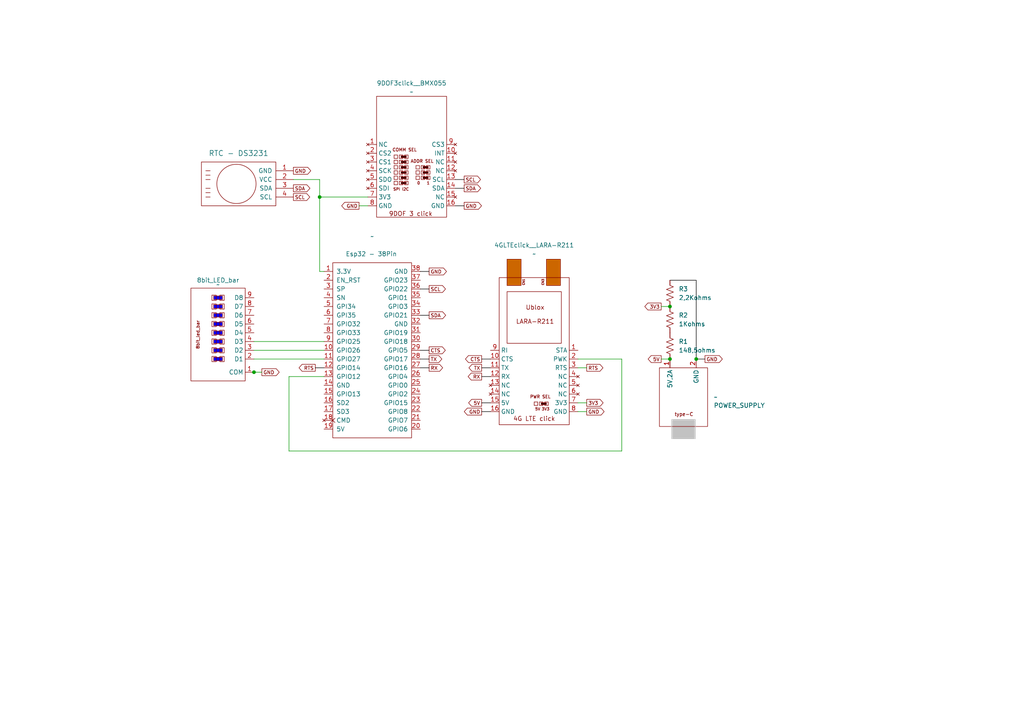
<source format=kicad_sch>
(kicad_sch (version 20250114) (generator "eeschema") (generator_version "9.0")
  (paper "A4")
  (lib_symbols
    (symbol "Device:R_US" (pin_numbers (hide yes)) (pin_names (offset 0))
      (property "Reference" "R" (at 2.54 0 90))
      (property "Value" "R_US" (at -2.54 0 90))
      (symbol "R_US_0_1"
        (polyline (pts (xy 0 2.286) (xy 0 2.54)))
        (polyline (pts (xy 0 2.286) (xy 1.016 1.905) (xy 0 1.524) (xy -1.016 1.143) (xy 0 0.762)))
        (polyline (pts (xy 0 0.762) (xy 1.016 0.381) (xy 0 0) (xy -1.016 -0.381) (xy 0 -0.762)))
        (polyline (pts (xy 0 -0.762) (xy 1.016 -1.143) (xy 0 -1.524) (xy -1.016 -1.905) (xy 0 -2.286)))
        (polyline (pts (xy 0 -2.286) (xy 0 -2.54)))
      )
      (symbol "R_US_1_1"
        (pin passive line (at 0 3.81 270) (length 1.27) (name "~") (number "1"))
        (pin passive line (at 0 -3.81 90) (length 1.27) (name "~") (number "2"))
      )
    )
    (symbol "megasaturnv_custom_components:RTC_DS3231" (pin_names (offset 1.016))
      (property "Value" "RTC - DS3231" (at -0.635 10.16 0))
      (symbol "RTC_DS3231_0_1"
        (polyline (pts (xy -10.16 5.08) (xy -8.89 5.08)))
        (polyline (pts (xy -10.16 3.81) (xy -8.89 3.81)))
        (polyline (pts (xy -10.16 2.54) (xy -8.89 2.54)))
        (polyline (pts (xy -10.16 0) (xy -8.89 0)))
        (polyline (pts (xy -10.16 -1.27) (xy -8.89 -1.27)))
        (polyline (pts (xy -10.16 -2.54) (xy -8.89 -2.54)))
        (circle (center -1.27 1.27) (radius 5.6896))
      )
      (symbol "RTC_DS3231_1_1"
        (rectangle (start -11.43 7.62) (end 10.16 -5.08))
        (pin power_in line (at 15.24 5.08 180) (length 5.08) (name "GND") (number "1"))
        (pin power_in line (at 15.24 2.54 180) (length 5.08) (name "VCC") (number "2"))
        (pin bidirectional line (at 15.24 0 180) (length 5.08) (name "SDA") (number "3"))
        (pin input line (at 15.24 -2.54 180) (length 5.08) (name "SCL") (number "4"))
      )
    )
    (symbol "mighty_esp32_38_pins-custom_library:esp32_38_pins-custom_library" (pin_names (offset 1.016))
      (property "Reference" "Esp32 - 38Pin" (at 8.636 10.16 0))
      (property "Value" "~" (at 8.89 15.24 0))
      (symbol "esp32_38_pins-custom_library_0_1"
        (rectangle (start -2.54 7.62) (end 20.32 -43.18))
      )
      (symbol "esp32_38_pins-custom_library_1_1"
        (pin power_out line (at -5.08 5.08 0) (length 2.54) (name "3.3V") (number "1"))
        (pin bidirectional line (at -5.08 2.54 0) (length 2.54) (name "EN_RST") (number "2"))
        (pin input line (at -5.08 0 0) (length 2.54) (name "SP") (number "3"))
        (pin input line (at -5.08 -2.54 0) (length 2.54) (name "SN") (number "4"))
        (pin input line (at -5.08 -5.08 0) (length 2.54) (name "GPI34") (number "5"))
        (pin input line (at -5.08 -7.62 0) (length 2.54) (name "GPI35") (number "6"))
        (pin bidirectional line (at -5.08 -10.16 0) (length 2.54) (name "GPIO32") (number "7"))
        (pin bidirectional line (at -5.08 -12.7 0) (length 2.54) (name "GPIO33") (number "8"))
        (pin bidirectional line (at -5.08 -15.24 0) (length 2.54) (name "GPIO25") (number "9"))
        (pin bidirectional line (at -5.08 -17.78 0) (length 2.54) (name "GPIO26") (number "10"))
        (pin bidirectional line (at -5.08 -20.32 0) (length 2.54) (name "GPIO27") (number "11"))
        (pin bidirectional line (at -5.08 -22.86 0) (length 2.54) (name "GPIO14") (number "12"))
        (pin bidirectional line (at -5.08 -25.4 0) (length 2.54) (name "GPIO12") (number "13"))
        (pin passive line (at -5.08 -27.94 0) (length 2.54) (name "GND") (number "14"))
        (pin bidirectional line (at -5.08 -30.48 0) (length 2.54) (name "GPIO13") (number "15"))
        (pin bidirectional line (at -5.08 -33.02 0) (length 2.54) (name "SD2") (number "16"))
        (pin bidirectional line (at -5.08 -35.56 0) (length 2.54) (name "SD3") (number "17"))
        (pin no_connect non_logic (at -5.08 -38.1 0) (length 2.54) (name "CMD") (number "18"))
        (pin power_in line (at -5.08 -40.64 0) (length 2.54) (name "5V") (number "19"))
        (pin passive line (at 22.86 5.08 180) (length 2.54) (name "GND") (number "38"))
        (pin bidirectional line (at 22.86 2.54 180) (length 2.54) (name "GPIO23") (number "37"))
        (pin bidirectional line (at 22.86 0 180) (length 2.54) (name "GPIO22") (number "36"))
        (pin bidirectional line (at 22.86 -2.54 180) (length 2.54) (name "GPIO1") (number "35"))
        (pin bidirectional line (at 22.86 -5.08 180) (length 2.54) (name "GPIO3") (number "34"))
        (pin bidirectional line (at 22.86 -7.62 180) (length 2.54) (name "GPIO21") (number "33"))
        (pin passive line (at 22.86 -10.16 180) (length 2.54) (name "GND") (number "32"))
        (pin bidirectional line (at 22.86 -12.7 180) (length 2.54) (name "GPIO19") (number "31"))
        (pin bidirectional line (at 22.86 -15.24 180) (length 2.54) (name "GPIO18") (number "30"))
        (pin bidirectional line (at 22.86 -17.78 180) (length 2.54) (name "GPIO5") (number "29"))
        (pin bidirectional line (at 22.86 -20.32 180) (length 2.54) (name "GPIO17") (number "28"))
        (pin bidirectional line (at 22.86 -22.86 180) (length 2.54) (name "GPIO16") (number "27"))
        (pin bidirectional line (at 22.86 -25.4 180) (length 2.54) (name "GPIO4") (number "26"))
        (pin bidirectional line (at 22.86 -27.94 180) (length 2.54) (name "GPIO0") (number "25"))
        (pin bidirectional line (at 22.86 -30.48 180) (length 2.54) (name "GPIO2") (number "24"))
        (pin bidirectional line (at 22.86 -33.02 180) (length 2.54) (name "GPIO15") (number "23"))
        (pin bidirectional line (at 22.86 -35.56 180) (length 2.54) (name "GPIO8") (number "22"))
        (pin bidirectional line (at 22.86 -38.1 180) (length 2.54) (name "GPIO7") (number "21"))
        (pin bidirectional line (at 22.86 -40.64 180) (length 2.54) (name "GPIO6") (number "20"))
      )
    )
    (symbol "minha_8bit_led_bar:8bit_led_bar"
      (property "Reference" "8bit_LED_bar" (at 45.466 -25.4 0))
      (property "Value" "~" (at 41.91 -7.62 0))
      (symbol "8bit_led_bar_0_1"
        (rectangle (start 31.75 -28.956) (end 58.674 -44.704))
        (rectangle (start 37.338 -35.052) (end 38.862 -36.322))
        (rectangle (start 37.338 -37.338) (end 38.862 -38.608))
        (rectangle (start 39.878 -35.052) (end 41.402 -36.322))
        (rectangle (start 39.878 -37.338) (end 41.402 -38.608))
        (rectangle (start 42.418 -35.052) (end 43.942 -36.322))
        (rectangle (start 42.418 -37.338) (end 43.942 -38.608))
        (rectangle (start 44.958 -35.052) (end 46.482 -36.322))
        (rectangle (start 44.958 -37.338) (end 46.482 -38.608))
        (rectangle (start 47.498 -35.052) (end 49.022 -36.322))
        (rectangle (start 47.498 -37.338) (end 49.022 -38.608))
        (rectangle (start 50.038 -35.052) (end 51.562 -36.322))
        (rectangle (start 50.038 -37.338) (end 51.562 -38.608))
        (rectangle (start 52.578 -35.052) (end 54.102 -36.322))
        (rectangle (start 52.578 -37.338) (end 54.102 -38.608))
        (rectangle (start 55.118 -35.052) (end 56.642 -36.322))
        (rectangle (start 55.118 -37.338) (end 56.642 -38.608))
      )
      (symbol "8bit_led_bar_1_1"
        (rectangle (start 37.592 -35.56) (end 38.608 -38.1) (fill (type color) (color 0 0 255 1)))
        (rectangle (start 40.132 -35.56) (end 41.148 -38.1) (fill (type color) (color 0 0 255 1)))
        (rectangle (start 42.672 -35.56) (end 43.688 -38.1) (fill (type color) (color 0 0 255 1)))
        (rectangle (start 45.212 -35.56) (end 46.228 -38.1) (fill (type color) (color 0 0 255 1)))
        (rectangle (start 47.752 -35.56) (end 48.768 -38.1) (fill (type color) (color 0 0 255 1)))
        (rectangle (start 50.292 -35.56) (end 51.308 -38.1) (fill (type color) (color 0 0 255 1)))
        (rectangle (start 52.832 -35.56) (end 53.848 -38.1) (fill (type color) (color 0 0 255 1)))
        (rectangle (start 55.372 -35.56) (end 56.388 -38.1) (fill (type color) (color 0 0 255 1)))
        (text "8bit_led_bar" (at 45.212 -30.988 0) (effects (font (size 0.9 0.9))))
        (pin passive line (at 34.29 -47.244 90) (length 2.54) (name "COM") (number "1"))
        (pin input line (at 38.1 -47.244 90) (length 2.54) (name "D1") (number "2"))
        (pin input line (at 40.64 -47.244 90) (length 2.54) (name "D2") (number "3"))
        (pin input line (at 43.18 -47.244 90) (length 2.54) (name "D3") (number "4"))
        (pin input line (at 45.72 -47.244 90) (length 2.54) (name "D4") (number "5"))
        (pin input line (at 48.26 -47.244 90) (length 2.54) (name "D5") (number "6"))
        (pin input line (at 50.8 -47.244 90) (length 2.54) (name "D6") (number "7"))
        (pin input line (at 53.34 -47.244 90) (length 2.54) (name "D7") (number "8"))
        (pin input line (at 55.88 -47.244 90) (length 2.54) (name "D8") (number "9"))
      )
    )
    (symbol "minha_POWER_SUPPLY:POWER_SUPPLY_5V_2A"
      (property "Reference" "POWER_SUPPLY" (at 50.8 -12.1921 0))
      (property "Value" "~" (at 50.8 -9.779 0))
      (symbol "POWER_SUPPLY_5V_2A_0_1"
        (rectangle (start 35.052 -18.288) (end 49.022 -1.27))
      )
      (symbol "POWER_SUPPLY_5V_2A_1_1"
        (rectangle (start 38.608 -21.844) (end 45.466 -16.256) (stroke (width 0) (color 194 194 194 1)) (fill (type color) (color 194 194 194 1)))
        (text "type-C" (at 42.164 -14.732 0) (effects (font (size 1 1))))
        (pin power_out line (at 38.1 1.27 270) (length 2.54) (name "5V,2A") (number "1"))
        (pin passive line (at 45.72 1.27 270) (length 2.54) (name "GND") (number "2"))
      )
    )
    (symbol "minha_bmx055:9DOF_3_click_-_BMX055_RESISTENCIAS"
      (property "Reference" "9DOF3click-BMX055" (at 41.91 -5.08 0))
      (property "Value" "~" (at 41.91 -7.62 0))
      (symbol "9DOF_3_click_-_BMX055_RESISTENCIAS_0_1"
        (rectangle (start 31.75 -8.89) (end 52.07 -43.942))
      )
      (symbol "9DOF_3_click_-_BMX055_RESISTENCIAS_1_1"
        (rectangle (start 36.83 -25.908) (end 37.846 -26.924))
        (rectangle (start 36.83 -27.432) (end 37.846 -28.448))
        (rectangle (start 36.83 -28.956) (end 37.846 -29.972))
        (rectangle (start 36.83 -30.48) (end 37.846 -31.496))
        (rectangle (start 36.83 -32.004) (end 37.846 -33.02))
        (rectangle (start 36.83 -33.528) (end 37.846 -34.544))
        (rectangle (start 38.354 -25.908) (end 39.37 -26.924))
        (rectangle (start 38.354 -27.432) (end 39.37 -28.448))
        (rectangle (start 38.354 -28.956) (end 39.37 -29.972))
        (rectangle (start 38.354 -30.48) (end 39.37 -31.496))
        (rectangle (start 38.354 -32.004) (end 39.37 -33.02))
        (rectangle (start 38.354 -33.528) (end 39.37 -34.544))
        (rectangle (start 38.862 -26.162) (end 40.386 -26.67) (fill (type color) (color 0 0 0 1)))
        (rectangle (start 38.862 -27.686) (end 40.386 -28.194) (fill (type color) (color 0 0 0 1)))
        (rectangle (start 38.862 -29.21) (end 40.386 -29.718) (fill (type color) (color 0 0 0 1)))
        (rectangle (start 38.862 -30.734) (end 40.386 -31.242) (fill (type color) (color 0 0 0 1)))
        (rectangle (start 38.862 -32.258) (end 40.386 -32.766) (fill (type color) (color 0 0 0 1)))
        (rectangle (start 38.862 -33.782) (end 40.386 -34.29) (fill (type color) (color 0 0 0 1)))
        (rectangle (start 39.878 -25.908) (end 40.894 -26.924))
        (rectangle (start 39.878 -27.432) (end 40.894 -28.448))
        (rectangle (start 39.878 -28.956) (end 40.894 -29.972))
        (rectangle (start 39.878 -30.48) (end 40.894 -31.496))
        (rectangle (start 39.878 -32.004) (end 40.894 -33.02))
        (rectangle (start 39.878 -33.528) (end 40.894 -34.544))
        (rectangle (start 43.18 -28.956) (end 44.196 -29.972))
        (rectangle (start 43.18 -30.48) (end 44.196 -31.496))
        (rectangle (start 43.18 -32.004) (end 44.196 -33.02))
        (rectangle (start 44.704 -28.956) (end 45.72 -29.972))
        (rectangle (start 44.704 -30.48) (end 45.72 -31.496))
        (rectangle (start 44.704 -32.004) (end 45.72 -33.02))
        (rectangle (start 45.212 -29.21) (end 46.736 -29.718) (fill (type color) (color 0 0 0 1)))
        (rectangle (start 45.212 -30.734) (end 46.736 -31.242) (fill (type color) (color 0 0 0 1)))
        (rectangle (start 45.212 -32.258) (end 46.736 -32.766) (fill (type color) (color 0 0 0 1)))
        (rectangle (start 46.228 -28.956) (end 47.244 -29.972))
        (rectangle (start 46.228 -30.48) (end 47.244 -31.496))
        (rectangle (start 46.228 -32.004) (end 47.244 -33.02))
        (text "SPI\n" (at 37.592 -35.814 0) (effects (font (size 0.8 0.8))))
        (text "COMM SEL" (at 39.878 -24.384 0) (effects (font (size 0.9 0.9))))
        (text "I2C" (at 40.132 -35.814 0) (effects (font (size 0.8 0.8))))
        (text "9DOF 3 click" (at 41.656 -42.926 0) (effects (font (size 1.27 1.27))))
        (text "0" (at 43.942 -34.036 0) (effects (font (size 0.8 0.8))))
        (text "ADDR SEL" (at 44.958 -27.686 0) (effects (font (size 0.9 0.9))))
        (text "1\n" (at 46.736 -34.036 0) (effects (font (size 0.8 0.8))))
        (pin no_connect line (at 29.21 -22.86 0) (length 2.54) (name "NC") (number "1"))
        (pin no_connect line (at 29.21 -25.4 0) (length 2.54) (name "CS2") (number "2"))
        (pin no_connect line (at 29.21 -27.94 0) (length 2.54) (name "CS1") (number "3"))
        (pin no_connect line (at 29.21 -30.48 0) (length 2.54) (name "SCK") (number "4"))
        (pin no_connect line (at 29.21 -33.02 0) (length 2.54) (name "SDO") (number "5"))
        (pin no_connect line (at 29.21 -35.56 0) (length 2.54) (name "SDI") (number "6"))
        (pin power_in line (at 29.21 -38.1 0) (length 2.54) (name "3V3") (number "7"))
        (pin passive line (at 29.21 -40.64 0) (length 2.54) (name "GND") (number "8"))
        (pin no_connect line (at 54.61 -22.86 180) (length 2.54) (name "CS3") (number "9"))
        (pin no_connect line (at 54.61 -25.4 180) (length 2.54) (name "INT") (number "10"))
        (pin no_connect line (at 54.61 -27.94 180) (length 2.54) (name "NC") (number "11"))
        (pin no_connect line (at 54.61 -30.48 180) (length 2.54) (name "NC") (number "12"))
        (pin input line (at 54.61 -33.02 180) (length 2.54) (name "SCL") (number "13"))
        (pin bidirectional line (at 54.61 -35.56 180) (length 2.54) (name "SDA") (number "14"))
        (pin no_connect line (at 54.61 -38.1 180) (length 2.54) (name "NC") (number "15"))
        (pin passive line (at 54.61 -40.64 180) (length 2.54) (name "GND") (number "16"))
      )
    )
    (symbol "minha_lara_r211:LARA-R211-RESISTENCIAS"
      (property "Reference" "4GLTEclick__LARA-R211" (at 41.91 8.128 0))
      (property "Value" "~" (at 41.91 -7.62 0))
      (symbol "LARA-R211-RESISTENCIAS_0_1"
        (rectangle (start 31.75 -1.778) (end 52.07 -44.45))
        (rectangle (start 34.036 -5.842) (end 49.784 -20.828))
      )
      (symbol "LARA-R211-RESISTENCIAS_1_1"
        (rectangle (start 34.29 3.556) (end 38.354 -4.064) (fill (type color) (color 204 102 0 1)))
        (rectangle (start 37.846 -37.846) (end 38.862 -38.862))
        (rectangle (start 38.354 -38.1) (end 39.878 -38.608) (fill (type color) (color 0 0 0 1)))
        (rectangle (start 39.37 -37.846) (end 40.386 -38.862))
        (rectangle (start 40.894 -37.846) (end 41.91 -38.862))
        (rectangle (start 45.72 3.556) (end 49.784 -4.064) (fill (type color) (color 204 102 0 1)))
        (text "3V3" (at 38.608 -39.878 0) (effects (font (size 0.8 0.8))))
        (text "CN3" (at 39.37 -3.048 900) (effects (font (size 0.6 0.6))))
        (text "PWR SEL" (at 40.132 -36.322 0) (effects (font (size 0.9 0.9))))
        (text "5V" (at 40.894 -39.878 0) (effects (font (size 0.8 0.8))))
        (text "Ublox\n\nLARA-R211" (at 41.656 -12.446 0) (effects (font (size 1.27 1.27))))
        (text "4G LTE click" (at 41.91 -42.672 0) (effects (font (size 1.27 1.27))))
        (text "CN1" (at 44.958 -3.048 900) (effects (font (size 0.6 0.6))))
        (pin output line (at 29.21 -22.86 0) (length 2.54) (name "STA") (number "1"))
        (pin bidirectional line (at 29.21 -25.4 0) (length 2.54) (name "PWK") (number "2"))
        (pin output line (at 29.21 -27.94 0) (length 2.54) (name "RTS") (number "3"))
        (pin no_connect line (at 29.21 -30.48 0) (length 2.54) (name "NC") (number "4"))
        (pin no_connect line (at 29.21 -33.02 0) (length 2.54) (name "NC") (number "5"))
        (pin no_connect line (at 29.21 -35.56 0) (length 2.54) (name "NC") (number "6"))
        (pin power_in line (at 29.21 -38.1 0) (length 2.54) (name "3V3") (number "7"))
        (pin passive line (at 29.21 -40.64 0) (length 2.54) (name "GND") (number "8"))
        (pin output line (at 54.61 -22.86 180) (length 2.54) (name "RI") (number "9"))
        (pin input line (at 54.61 -25.4 180) (length 2.54) (name "CTS") (number "10"))
        (pin output line (at 54.61 -27.94 180) (length 2.54) (name "TX") (number "11"))
        (pin input line (at 54.61 -30.48 180) (length 2.54) (name "RX") (number "12"))
        (pin no_connect line (at 54.61 -33.02 180) (length 2.54) (name "NC") (number "13"))
        (pin no_connect line (at 54.61 -35.56 180) (length 2.54) (name "NC") (number "14"))
        (pin power_in line (at 54.61 -38.1 180) (length 2.54) (name "5V") (number "15"))
        (pin passive line (at 54.61 -40.64 180) (length 2.54) (name "GND") (number "16"))
      )
    )
  )
  (junction (at 194.31 88.9))
  (junction (at 194.31 104.14))
  (junction (at 73.66 107.95))
  (junction (at 92.71 57.15))
  (junction (at 201.93 104.14))
  (wire (pts (xy 201.93 104.14) (xy 201.93 81.28)) (stroke (width 0) (color 0 0 0 1)))
  (wire (pts (xy 121.92 91.44) (xy 124.46 91.44)) (stroke (width 0) (color 0 0 0 1)))
  (wire (pts (xy 121.92 101.6) (xy 124.46 101.6)) (stroke (width 0) (color 0 0 0 1)))
  (wire (pts (xy 142.24 119.38) (xy 139.7 119.38)) (stroke (width 0) (color 0 0 0 1)))
  (wire (pts (xy 132.08 52.07) (xy 134.62 52.07)) (stroke (width 0) (color 0 0 0 1)))
  (wire (pts (xy 75.946 107.95) (xy 73.66 107.95)))
  (wire (pts (xy 191.77 104.14) (xy 194.31 104.14)))
  (wire (pts (xy 85.09 52.07) (xy 92.71 52.07)))
  (wire (pts (xy 83.82 109.22) (xy 83.82 130.81)))
  (wire (pts (xy 132.08 54.61) (xy 134.62 54.61)) (stroke (width 0) (color 0 0 0 1)))
  (wire (pts (xy 142.24 109.22) (xy 139.7 109.22)) (stroke (width 0) (color 0 0 0 1)))
  (wire (pts (xy 121.92 104.14) (xy 124.46 104.14)) (stroke (width 0) (color 0 0 0 1)))
  (wire (pts (xy 142.24 116.84) (xy 139.7 116.84)) (stroke (width 0) (color 0 0 0 1)))
  (wire (pts (xy 132.08 59.69) (xy 134.62 59.69)) (stroke (width 0) (color 0 0 0 1)))
  (wire (pts (xy 92.71 57.15) (xy 106.68 57.15)))
  (wire (pts (xy 201.93 81.28) (xy 194.31 81.28)) (stroke (width 0) (color 0 0 0 1)))
  (wire (pts (xy 104.14 59.69) (xy 106.68 59.69)))
  (wire (pts (xy 180.34 130.81) (xy 180.34 104.14)))
  (wire (pts (xy 73.66 101.6) (xy 93.98 101.6)))
  (wire (pts (xy 142.24 104.14) (xy 139.7 104.14)) (stroke (width 0) (color 0 0 0 1)))
  (wire (pts (xy 180.34 104.14) (xy 167.64 104.14)))
  (wire (pts (xy 83.82 130.81) (xy 180.34 130.81)))
  (wire (pts (xy 170.18 116.84) (xy 167.64 116.84)))
  (wire (pts (xy 201.93 104.14) (xy 204.47 104.14)) (stroke (width 0) (color 0 0 0 1)))
  (wire (pts (xy 191.77 88.9) (xy 194.31 88.9)))
  (wire (pts (xy 93.98 78.74) (xy 92.71 78.74)))
  (wire (pts (xy 121.92 106.68) (xy 124.46 106.68)) (stroke (width 0) (color 0 0 0 1)))
  (wire (pts (xy 142.24 106.68) (xy 139.7 106.68)) (stroke (width 0) (color 0 0 0 1)))
  (wire (pts (xy 170.18 106.68) (xy 167.64 106.68)))
  (wire (pts (xy 93.98 109.22) (xy 83.82 109.22)))
  (wire (pts (xy 73.66 107.95) (xy 73.406 107.95)))
  (wire (pts (xy 121.92 78.74) (xy 124.46 78.74)) (stroke (width 0) (color 0 0 0 1)))
  (wire (pts (xy 93.98 106.68) (xy 91.44 106.68)) (stroke (width 0) (color 0 0 0 1)))
  (wire (pts (xy 73.66 104.14) (xy 93.98 104.14)))
  (wire (pts (xy 170.18 119.38) (xy 167.64 119.38)))
  (wire (pts (xy 92.71 57.15) (xy 92.71 78.74)))
  (wire (pts (xy 73.66 99.06) (xy 93.98 99.06)))
  (wire (pts (xy 92.71 52.07) (xy 92.71 57.15)))
  (wire (pts (xy 121.92 83.82) (xy 124.46 83.82)) (stroke (width 0) (color 0 0 0 1)))
  (global_label "GND" (shape output) (at 134.62 59.69 0) (effects (font (size 1.016 1.016))) (property "Intersheetrefs" "${INTERSHEET_REFS}" (effects (hide yes))))
  (global_label "CTS" (shape output) (at 124.46 101.6 0) (effects (font (size 1.016 1.016))) (property "Intersheetrefs" "${INTERSHEET_REFS}" (effects (hide yes))))
  (global_label "CTS" (shape output) (at 139.7 104.14 180) (effects (font (size 1.016 1.016))) (property "Intersheetrefs" "${INTERSHEET_REFS}" (effects (hide yes))))
  (global_label "SCL" (shape output) (at 134.62 52.07 0) (effects (font (size 1.016 1.016))) (property "Intersheetrefs" "${INTERSHEET_REFS}" (effects (hide yes))))
  (global_label "3V3" (shape output) (at 191.77 88.9 180) (effects (font (size 1.016 1.016))) (property "Intersheetrefs" "${INTERSHEET_REFS}" (effects (hide yes))))
  (global_label "5V" (shape output) (at 191.77 104.14 180) (effects (font (size 1.016 1.016))) (property "Intersheetrefs" "${INTERSHEET_REFS}" (effects (hide yes))))
  (global_label "SCL" (shape output) (at 85.09 57.15 0) (effects (font (size 1.016 1.016))) (property "Intersheetrefs" "${INTERSHEET_REFS}" (effects (hide yes))))
  (global_label "3V3" (shape output) (at 170.18 116.84 0) (effects (font (size 1.016 1.016))) (property "Intersheetrefs" "${INTERSHEET_REFS}" (effects (hide yes))))
  (global_label "RX" (shape output) (at 139.7 109.22 180) (effects (font (size 1.016 1.016))) (property "Intersheetrefs" "${INTERSHEET_REFS}" (effects (hide yes))))
  (global_label "GND" (shape output) (at 85.09 49.53 0) (effects (font (size 1.016 1.016))) (property "Intersheetrefs" "${INTERSHEET_REFS}" (effects (hide yes))))
  (global_label "GND" (shape output) (at 170.18 119.38 0) (effects (font (size 1.016 1.016))) (property "Intersheetrefs" "${INTERSHEET_REFS}" (effects (hide yes))))
  (global_label "5V" (shape output) (at 139.7 116.84 180) (effects (font (size 1.016 1.016))) (property "Intersheetrefs" "${INTERSHEET_REFS}" (effects (hide yes))))
  (global_label "SDA" (shape output) (at 134.62 54.61 0) (effects (font (size 1.016 1.016))) (property "Intersheetrefs" "${INTERSHEET_REFS}" (effects (hide yes))))
  (global_label "GND" (shape output) (at 139.7 119.38 180) (effects (font (size 1.016 1.016))) (property "Intersheetrefs" "${INTERSHEET_REFS}" (effects (hide yes))))
  (global_label "SCL" (shape output) (at 124.46 83.82 0) (effects (font (size 1.016 1.016))) (property "Intersheetrefs" "${INTERSHEET_REFS}" (effects (hide yes))))
  (global_label "GND" (shape output) (at 104.14 59.69 180) (effects (font (size 1.016 1.016))) (property "Intersheetrefs" "${INTERSHEET_REFS}" (effects (hide yes))))
  (global_label "TX" (shape output) (at 139.7 106.68 180) (effects (font (size 1.016 1.016))) (property "Intersheetrefs" "${INTERSHEET_REFS}" (effects (hide yes))))
  (global_label "RTS" (shape output) (at 170.18 106.68 0) (effects (font (size 1.016 1.016))) (property "Intersheetrefs" "${INTERSHEET_REFS}" (effects (hide yes))))
  (global_label "SDA" (shape output) (at 124.46 91.44 0) (effects (font (size 1.016 1.016))) (property "Intersheetrefs" "${INTERSHEET_REFS}" (effects (hide yes))))
  (global_label "SDA" (shape output) (at 85.09 54.61 0) (effects (font (size 1.016 1.016))) (property "Intersheetrefs" "${INTERSHEET_REFS}" (effects (hide yes))))
  (global_label "GND" (shape output) (at 75.946 107.95 0) (effects (font (size 1.016 1.016))) (property "Intersheetrefs" "${INTERSHEET_REFS}" (effects (hide yes))))
  (global_label "TX" (shape output) (at 124.46 104.14 0) (effects (font (size 1.016 1.016))) (property "Intersheetrefs" "${INTERSHEET_REFS}" (effects (hide yes))))
  (global_label "RTS" (shape output) (at 91.44 106.68 180) (effects (font (size 1.016 1.016))) (property "Intersheetrefs" "${INTERSHEET_REFS}" (effects (hide yes))))
  (global_label "RX" (shape output) (at 124.46 106.68 0) (effects (font (size 1.016 1.016))) (property "Intersheetrefs" "${INTERSHEET_REFS}" (effects (hide yes))))
  (global_label "GND" (shape output) (at 124.46 78.74 0) (effects (font (size 1.016 1.016))) (property "Intersheetrefs" "${INTERSHEET_REFS}" (effects (hide yes))))
  (global_label "GND" (shape output) (at 204.47 104.14 0) (effects (font (size 1.016 1.016))) (property "Intersheetrefs" "${INTERSHEET_REFS}" (effects (hide yes))))
  (symbol (lib_id "megasaturnv_custom_components:RTC_DS3231") (at 69.85 54.61 0) (unit 1)
    (property "Reference" "U?" (effects (hide yes)))
    (property "Value" "RTC - DS3231" (at 69.215 44.45 0) (effects (font (size 1.524 1.524))))
  )
  (symbol (lib_id "Device:R_US") (at 194.31 92.71 0) (unit 1)
    (property "Reference" "R2" (at 196.85 91.4399 0) (effects (justify left)))
    (property "Value" "1Kohms" (at 196.85 93.9799 0) (effects (justify left)))
    (property "Description" "Resistor, US symbol" (effects (hide yes)))
  )
  (symbol (lib_id "minha_bmx055:9DOF_3_click_-_BMX055_RESISTENCIAS") (at 77.47 19.05 0) (unit 1)
    (property "Reference" "9DOF3click__BMX055" (at 119.38 24.13 0))
    (property "Value" "~" (at 119.38 26.67 0))
  )
  (symbol (lib_id "Device:R_US") (at 194.31 100.33 0) (unit 1)
    (property "Reference" "R1" (at 196.85 99.0599 0) (effects (justify left)))
    (property "Value" "148,5ohms" (at 196.85 101.5999 0) (effects (justify left)))
    (property "Description" "Resistor, US symbol" (effects (hide yes)))
  )
  (symbol (lib_id "Device:R_US") (at 194.31 85.09 0) (unit 1)
    (property "Reference" "R3" (at 196.85 83.8199 0) (effects (justify left)))
    (property "Value" "2,2Kohms" (at 196.85 86.3599 0) (effects (justify left)))
    (property "Description" "Resistor, US symbol" (effects (hide yes)))
  )
  (symbol (lib_id "minha_8bit_led_bar:8bit_led_bar") (at 26.416 142.24 90) (unit 1)
    (property "Reference" "8bit_LED_bar" (at 63.246 81.28 90))
    (property "Value" "~" (at 63.246 82.55 90))
  )
  (symbol (lib_id "mighty_esp32_38_pins-custom_library:esp32_38_pins-custom_library") (at 99.06 83.82 0) (unit 1)
    (property "Reference" "Esp32 - 38Pin" (at 107.696 73.66 0))
    (property "Value" "~" (at 107.95 68.58 0))
  )
  (symbol (lib_id "minha_POWER_SUPPLY:POWER_SUPPLY_5V_2A") (at 156.21 105.41 0) (unit 1)
    (property "Reference" "POWER_SUPPLY" (at 207.01 117.6021 0) (effects (justify left)))
    (property "Value" "~" (at 207.01 115.189 0) (effects (justify left)))
  )
  (symbol (lib_id "minha_lara_r211:LARA-R211-RESISTENCIAS") (at 196.85 78.74 0) (mirror y) (unit 1)
    (property "Reference" "4GLTEclick__LARA-R211" (at 154.94 71.12 0))
    (property "Value" "~" (at 154.94 73.66 0))
  )
)
</source>
